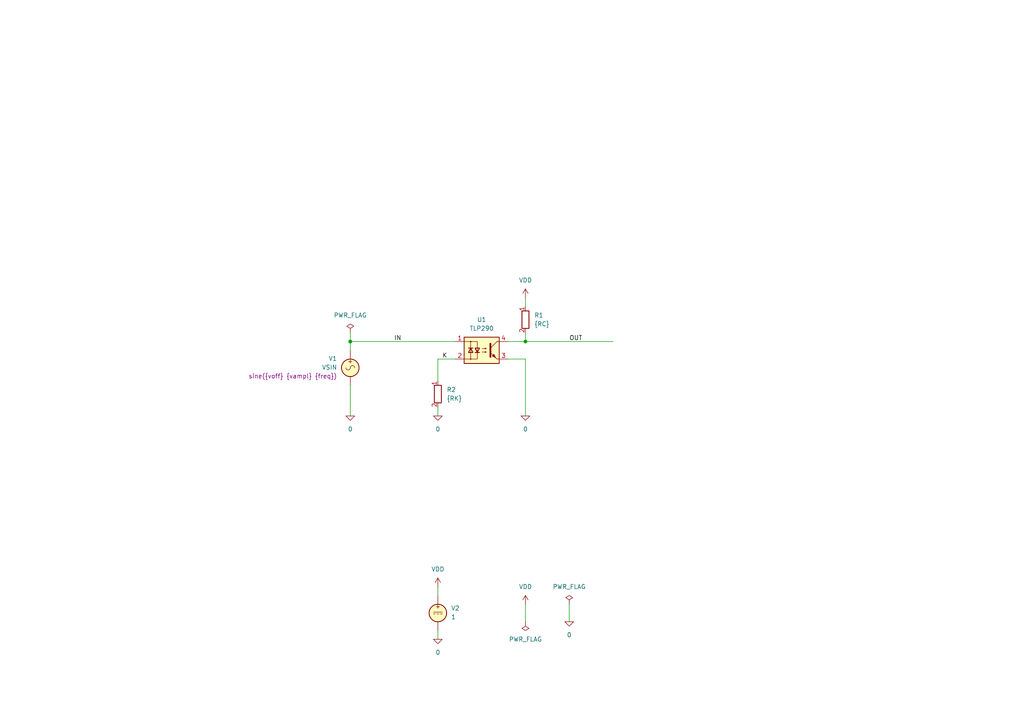
<source format=kicad_sch>
(kicad_sch
	(version 20250114)
	(generator "eeschema")
	(generator_version "9.0")
	(uuid "1902e2bb-9590-4005-a5fb-6407cae11ad1")
	(paper "A4")
	(title_block
		(title "Voltage:3.75Kv; Ctr Min:50%; VCE V(Br)Ceo:80V. AC")
		(date "2025-07-23")
		(rev "1")
		(company "astroelectronic@")
		(comment 1 "-")
		(comment 2 "-")
		(comment 3 "-")
		(comment 4 "AE01009290")
	)
	(lib_symbols
		(symbol "TLP290:0"
			(power)
			(pin_numbers
				(hide yes)
			)
			(pin_names
				(offset 0)
				(hide yes)
			)
			(exclude_from_sim no)
			(in_bom yes)
			(on_board yes)
			(property "Reference" "#GND"
				(at 0 -5.08 0)
				(effects
					(font
						(size 1.27 1.27)
					)
					(hide yes)
				)
			)
			(property "Value" "0"
				(at 0 -2.54 0)
				(effects
					(font
						(size 1.27 1.27)
					)
				)
			)
			(property "Footprint" ""
				(at 0 0 0)
				(effects
					(font
						(size 1.27 1.27)
					)
					(hide yes)
				)
			)
			(property "Datasheet" "https://ngspice.sourceforge.io/docs/ngspice-html-manual/manual.xhtml#subsec_Circuit_elements__device"
				(at 0 -10.16 0)
				(effects
					(font
						(size 1.27 1.27)
					)
					(hide yes)
				)
			)
			(property "Description" "0V reference potential for simulation"
				(at 0 -7.62 0)
				(effects
					(font
						(size 1.27 1.27)
					)
					(hide yes)
				)
			)
			(property "ki_keywords" "simulation"
				(at 0 0 0)
				(effects
					(font
						(size 1.27 1.27)
					)
					(hide yes)
				)
			)
			(symbol "0_0_1"
				(polyline
					(pts
						(xy -1.27 0) (xy 0 -1.27) (xy 1.27 0) (xy -1.27 0)
					)
					(stroke
						(width 0)
						(type default)
					)
					(fill
						(type none)
					)
				)
			)
			(symbol "0_1_1"
				(pin power_in line
					(at 0 0 0)
					(length 0)
					(name "~"
						(effects
							(font
								(size 1.016 1.016)
							)
						)
					)
					(number "1"
						(effects
							(font
								(size 1.016 1.016)
							)
						)
					)
				)
			)
			(embedded_fonts no)
		)
		(symbol "TLP290:PWR_FLAG"
			(power)
			(pin_numbers
				(hide yes)
			)
			(pin_names
				(offset 0)
				(hide yes)
			)
			(exclude_from_sim no)
			(in_bom yes)
			(on_board yes)
			(property "Reference" "#FLG"
				(at 0 1.905 0)
				(effects
					(font
						(size 1.27 1.27)
					)
					(hide yes)
				)
			)
			(property "Value" "PWR_FLAG"
				(at 0 3.81 0)
				(effects
					(font
						(size 1.27 1.27)
					)
				)
			)
			(property "Footprint" ""
				(at 0 0 0)
				(effects
					(font
						(size 1.27 1.27)
					)
					(hide yes)
				)
			)
			(property "Datasheet" "~"
				(at 0 0 0)
				(effects
					(font
						(size 1.27 1.27)
					)
					(hide yes)
				)
			)
			(property "Description" "Special symbol for telling ERC where power comes from"
				(at 0 0 0)
				(effects
					(font
						(size 1.27 1.27)
					)
					(hide yes)
				)
			)
			(property "ki_keywords" "flag power"
				(at 0 0 0)
				(effects
					(font
						(size 1.27 1.27)
					)
					(hide yes)
				)
			)
			(symbol "PWR_FLAG_0_0"
				(pin power_out line
					(at 0 0 90)
					(length 0)
					(name "~"
						(effects
							(font
								(size 1.27 1.27)
							)
						)
					)
					(number "1"
						(effects
							(font
								(size 1.27 1.27)
							)
						)
					)
				)
			)
			(symbol "PWR_FLAG_0_1"
				(polyline
					(pts
						(xy 0 0) (xy 0 1.27) (xy -1.016 1.905) (xy 0 2.54) (xy 1.016 1.905) (xy 0 1.27)
					)
					(stroke
						(width 0)
						(type default)
					)
					(fill
						(type none)
					)
				)
			)
			(embedded_fonts no)
		)
		(symbol "TLP290:R"
			(pin_names
				(offset 0)
				(hide yes)
			)
			(exclude_from_sim no)
			(in_bom yes)
			(on_board yes)
			(property "Reference" "R"
				(at 2.032 0 90)
				(effects
					(font
						(size 1.27 1.27)
					)
				)
			)
			(property "Value" "R"
				(at 0 0 90)
				(effects
					(font
						(size 1.27 1.27)
					)
				)
			)
			(property "Footprint" ""
				(at -1.778 0 90)
				(effects
					(font
						(size 1.27 1.27)
					)
					(hide yes)
				)
			)
			(property "Datasheet" "~"
				(at 0 0 0)
				(effects
					(font
						(size 1.27 1.27)
					)
					(hide yes)
				)
			)
			(property "Description" "Resistor"
				(at 0 0 0)
				(effects
					(font
						(size 1.27 1.27)
					)
					(hide yes)
				)
			)
			(property "ki_keywords" "R res resistor"
				(at 0 0 0)
				(effects
					(font
						(size 1.27 1.27)
					)
					(hide yes)
				)
			)
			(property "ki_fp_filters" "R_*"
				(at 0 0 0)
				(effects
					(font
						(size 1.27 1.27)
					)
					(hide yes)
				)
			)
			(symbol "R_0_1"
				(rectangle
					(start -1.016 -2.54)
					(end 1.016 2.54)
					(stroke
						(width 0.254)
						(type default)
					)
					(fill
						(type none)
					)
				)
			)
			(symbol "R_1_1"
				(pin passive line
					(at 0 3.81 270)
					(length 1.27)
					(name "~"
						(effects
							(font
								(size 1.27 1.27)
							)
						)
					)
					(number "1"
						(effects
							(font
								(size 1.27 1.27)
							)
						)
					)
				)
				(pin passive line
					(at 0 -3.81 90)
					(length 1.27)
					(name "~"
						(effects
							(font
								(size 1.27 1.27)
							)
						)
					)
					(number "2"
						(effects
							(font
								(size 1.27 1.27)
							)
						)
					)
				)
			)
			(embedded_fonts no)
		)
		(symbol "TLP290:TLP290"
			(pin_names
				(offset 1.016)
			)
			(exclude_from_sim no)
			(in_bom yes)
			(on_board yes)
			(property "Reference" "U"
				(at -5.08 5.08 0)
				(effects
					(font
						(size 1.27 1.27)
					)
					(justify left)
				)
			)
			(property "Value" "TLP290"
				(at 0 5.08 0)
				(effects
					(font
						(size 1.27 1.27)
					)
					(justify left)
				)
			)
			(property "Footprint" "Package_SO:SOP-4_4.4x2.6mm_P1.27mm"
				(at -21.59 -5.08 0)
				(effects
					(font
						(size 1.27 1.27)
						(italic yes)
					)
					(justify left)
					(hide yes)
				)
			)
			(property "Datasheet" "https://toshiba.semicon-storage.com/info/docget.jsp?did=12882&prodName=TLP290"
				(at 0.635 0 0)
				(effects
					(font
						(size 1.27 1.27)
					)
					(justify left)
					(hide yes)
				)
			)
			(property "Description" "AC/DC Phototransistor Optocoupler, Vce 80V, CTR 50-600%, not recommended for new designs, SOP4"
				(at 0 0 0)
				(effects
					(font
						(size 1.27 1.27)
					)
					(hide yes)
				)
			)
			(property "ki_keywords" "NPN AC DC Phototransistor Optocoupler"
				(at 0 0 0)
				(effects
					(font
						(size 1.27 1.27)
					)
					(hide yes)
				)
			)
			(property "ki_fp_filters" "SOP*4*4.4x2.6mm*P1.27mm*"
				(at 0 0 0)
				(effects
					(font
						(size 1.27 1.27)
					)
					(hide yes)
				)
			)
			(symbol "TLP290_0_1"
				(rectangle
					(start -5.08 3.81)
					(end 5.08 -3.81)
					(stroke
						(width 0.254)
						(type default)
					)
					(fill
						(type background)
					)
				)
				(polyline
					(pts
						(xy -5.08 2.54) (xy -1.27 2.54) (xy -1.27 -0.635)
					)
					(stroke
						(width 0)
						(type default)
					)
					(fill
						(type none)
					)
				)
				(polyline
					(pts
						(xy -3.81 0.635) (xy -2.54 0.635)
					)
					(stroke
						(width 0.254)
						(type default)
					)
					(fill
						(type none)
					)
				)
				(circle
					(center -3.175 2.54)
					(radius 0.127)
					(stroke
						(width 0)
						(type default)
					)
					(fill
						(type none)
					)
				)
				(polyline
					(pts
						(xy -3.175 0.635) (xy -3.81 -0.635) (xy -2.54 -0.635) (xy -3.175 0.635)
					)
					(stroke
						(width 0.254)
						(type default)
					)
					(fill
						(type none)
					)
				)
				(polyline
					(pts
						(xy -3.175 -0.635) (xy -3.175 2.54)
					)
					(stroke
						(width 0)
						(type default)
					)
					(fill
						(type none)
					)
				)
				(polyline
					(pts
						(xy -3.175 -0.635) (xy -3.175 -2.54)
					)
					(stroke
						(width 0)
						(type default)
					)
					(fill
						(type none)
					)
				)
				(circle
					(center -3.175 -2.54)
					(radius 0.127)
					(stroke
						(width 0)
						(type default)
					)
					(fill
						(type none)
					)
				)
				(polyline
					(pts
						(xy -1.905 -0.635) (xy -0.635 -0.635)
					)
					(stroke
						(width 0.254)
						(type default)
					)
					(fill
						(type none)
					)
				)
				(polyline
					(pts
						(xy -1.27 -0.635) (xy -1.27 -2.54) (xy -5.08 -2.54)
					)
					(stroke
						(width 0)
						(type default)
					)
					(fill
						(type none)
					)
				)
				(polyline
					(pts
						(xy -1.27 -0.635) (xy -1.905 0.635) (xy -0.635 0.635) (xy -1.27 -0.635)
					)
					(stroke
						(width 0.254)
						(type default)
					)
					(fill
						(type none)
					)
				)
				(polyline
					(pts
						(xy 0.127 0.508) (xy 1.397 0.508) (xy 1.016 0.381) (xy 1.016 0.635) (xy 1.397 0.508)
					)
					(stroke
						(width 0)
						(type default)
					)
					(fill
						(type none)
					)
				)
				(polyline
					(pts
						(xy 0.127 -0.508) (xy 1.397 -0.508) (xy 1.016 -0.635) (xy 1.016 -0.381) (xy 1.397 -0.508)
					)
					(stroke
						(width 0)
						(type default)
					)
					(fill
						(type none)
					)
				)
				(polyline
					(pts
						(xy 2.54 1.905) (xy 2.54 -1.905)
					)
					(stroke
						(width 0.508)
						(type default)
					)
					(fill
						(type none)
					)
				)
				(polyline
					(pts
						(xy 2.54 0.635) (xy 4.445 2.54)
					)
					(stroke
						(width 0)
						(type default)
					)
					(fill
						(type none)
					)
				)
				(polyline
					(pts
						(xy 3.048 -1.651) (xy 3.556 -1.143) (xy 4.064 -2.159) (xy 3.048 -1.651)
					)
					(stroke
						(width 0)
						(type default)
					)
					(fill
						(type outline)
					)
				)
				(polyline
					(pts
						(xy 4.445 2.54) (xy 5.08 2.54)
					)
					(stroke
						(width 0)
						(type default)
					)
					(fill
						(type none)
					)
				)
				(polyline
					(pts
						(xy 4.445 -2.54) (xy 2.54 -0.635)
					)
					(stroke
						(width 0)
						(type default)
					)
					(fill
						(type outline)
					)
				)
				(polyline
					(pts
						(xy 4.445 -2.54) (xy 5.08 -2.54)
					)
					(stroke
						(width 0)
						(type default)
					)
					(fill
						(type none)
					)
				)
			)
			(symbol "TLP290_1_1"
				(pin passive line
					(at -7.62 2.54 0)
					(length 2.54)
					(name "~"
						(effects
							(font
								(size 1.27 1.27)
							)
						)
					)
					(number "1"
						(effects
							(font
								(size 1.27 1.27)
							)
						)
					)
				)
				(pin passive line
					(at -7.62 -2.54 0)
					(length 2.54)
					(name "~"
						(effects
							(font
								(size 1.27 1.27)
							)
						)
					)
					(number "2"
						(effects
							(font
								(size 1.27 1.27)
							)
						)
					)
				)
				(pin passive line
					(at 7.62 2.54 180)
					(length 2.54)
					(name "~"
						(effects
							(font
								(size 1.27 1.27)
							)
						)
					)
					(number "4"
						(effects
							(font
								(size 1.27 1.27)
							)
						)
					)
				)
				(pin passive line
					(at 7.62 -2.54 180)
					(length 2.54)
					(name "~"
						(effects
							(font
								(size 1.27 1.27)
							)
						)
					)
					(number "3"
						(effects
							(font
								(size 1.27 1.27)
							)
						)
					)
				)
			)
			(embedded_fonts no)
		)
		(symbol "TLP290:VDC"
			(pin_numbers
				(hide yes)
			)
			(pin_names
				(offset 0.0254)
			)
			(exclude_from_sim no)
			(in_bom yes)
			(on_board yes)
			(property "Reference" "V"
				(at 2.54 2.54 0)
				(effects
					(font
						(size 1.27 1.27)
					)
					(justify left)
				)
			)
			(property "Value" "1"
				(at 2.54 0 0)
				(effects
					(font
						(size 1.27 1.27)
					)
					(justify left)
				)
			)
			(property "Footprint" ""
				(at 0 0 0)
				(effects
					(font
						(size 1.27 1.27)
					)
					(hide yes)
				)
			)
			(property "Datasheet" "https://ngspice.sourceforge.io/docs/ngspice-html-manual/manual.xhtml#sec_Independent_Sources_for"
				(at 0 0 0)
				(effects
					(font
						(size 1.27 1.27)
					)
					(hide yes)
				)
			)
			(property "Description" "Voltage source, DC"
				(at 0 0 0)
				(effects
					(font
						(size 1.27 1.27)
					)
					(hide yes)
				)
			)
			(property "Sim.Pins" "1=+ 2=-"
				(at 0 0 0)
				(effects
					(font
						(size 1.27 1.27)
					)
					(hide yes)
				)
			)
			(property "Sim.Type" "DC"
				(at 0 0 0)
				(effects
					(font
						(size 1.27 1.27)
					)
					(hide yes)
				)
			)
			(property "Sim.Device" "V"
				(at 0 0 0)
				(effects
					(font
						(size 1.27 1.27)
					)
					(justify left)
					(hide yes)
				)
			)
			(property "ki_keywords" "simulation"
				(at 0 0 0)
				(effects
					(font
						(size 1.27 1.27)
					)
					(hide yes)
				)
			)
			(symbol "VDC_0_0"
				(polyline
					(pts
						(xy -1.27 0.254) (xy 1.27 0.254)
					)
					(stroke
						(width 0)
						(type default)
					)
					(fill
						(type none)
					)
				)
				(polyline
					(pts
						(xy -0.762 -0.254) (xy -1.27 -0.254)
					)
					(stroke
						(width 0)
						(type default)
					)
					(fill
						(type none)
					)
				)
				(polyline
					(pts
						(xy 0.254 -0.254) (xy -0.254 -0.254)
					)
					(stroke
						(width 0)
						(type default)
					)
					(fill
						(type none)
					)
				)
				(polyline
					(pts
						(xy 1.27 -0.254) (xy 0.762 -0.254)
					)
					(stroke
						(width 0)
						(type default)
					)
					(fill
						(type none)
					)
				)
				(text "+"
					(at 0 1.905 0)
					(effects
						(font
							(size 1.27 1.27)
						)
					)
				)
			)
			(symbol "VDC_0_1"
				(circle
					(center 0 0)
					(radius 2.54)
					(stroke
						(width 0.254)
						(type default)
					)
					(fill
						(type background)
					)
				)
			)
			(symbol "VDC_1_1"
				(pin passive line
					(at 0 5.08 270)
					(length 2.54)
					(name "~"
						(effects
							(font
								(size 1.27 1.27)
							)
						)
					)
					(number "1"
						(effects
							(font
								(size 1.27 1.27)
							)
						)
					)
				)
				(pin passive line
					(at 0 -5.08 90)
					(length 2.54)
					(name "~"
						(effects
							(font
								(size 1.27 1.27)
							)
						)
					)
					(number "2"
						(effects
							(font
								(size 1.27 1.27)
							)
						)
					)
				)
			)
			(embedded_fonts no)
		)
		(symbol "TLP290:VDD"
			(power)
			(pin_numbers
				(hide yes)
			)
			(pin_names
				(offset 0)
				(hide yes)
			)
			(exclude_from_sim no)
			(in_bom yes)
			(on_board yes)
			(property "Reference" "#PWR"
				(at 0 -3.81 0)
				(effects
					(font
						(size 1.27 1.27)
					)
					(hide yes)
				)
			)
			(property "Value" "VDD"
				(at 0 3.556 0)
				(effects
					(font
						(size 1.27 1.27)
					)
				)
			)
			(property "Footprint" ""
				(at 0 0 0)
				(effects
					(font
						(size 1.27 1.27)
					)
					(hide yes)
				)
			)
			(property "Datasheet" ""
				(at 0 0 0)
				(effects
					(font
						(size 1.27 1.27)
					)
					(hide yes)
				)
			)
			(property "Description" "Power symbol creates a global label with name \"VDD\""
				(at 0 0 0)
				(effects
					(font
						(size 1.27 1.27)
					)
					(hide yes)
				)
			)
			(property "ki_keywords" "global power"
				(at 0 0 0)
				(effects
					(font
						(size 1.27 1.27)
					)
					(hide yes)
				)
			)
			(symbol "VDD_0_1"
				(polyline
					(pts
						(xy -0.762 1.27) (xy 0 2.54)
					)
					(stroke
						(width 0)
						(type default)
					)
					(fill
						(type none)
					)
				)
				(polyline
					(pts
						(xy 0 2.54) (xy 0.762 1.27)
					)
					(stroke
						(width 0)
						(type default)
					)
					(fill
						(type none)
					)
				)
				(polyline
					(pts
						(xy 0 0) (xy 0 2.54)
					)
					(stroke
						(width 0)
						(type default)
					)
					(fill
						(type none)
					)
				)
			)
			(symbol "VDD_1_1"
				(pin power_in line
					(at 0 0 90)
					(length 0)
					(name "~"
						(effects
							(font
								(size 1.27 1.27)
							)
						)
					)
					(number "1"
						(effects
							(font
								(size 1.27 1.27)
							)
						)
					)
				)
			)
			(embedded_fonts no)
		)
		(symbol "TLP290:VSIN"
			(pin_numbers
				(hide yes)
			)
			(pin_names
				(offset 0.0254)
			)
			(exclude_from_sim no)
			(in_bom yes)
			(on_board yes)
			(property "Reference" "V"
				(at 2.54 2.54 0)
				(effects
					(font
						(size 1.27 1.27)
					)
					(justify left)
				)
			)
			(property "Value" "VSIN"
				(at 2.54 0 0)
				(effects
					(font
						(size 1.27 1.27)
					)
					(justify left)
				)
			)
			(property "Footprint" ""
				(at 0 0 0)
				(effects
					(font
						(size 1.27 1.27)
					)
					(hide yes)
				)
			)
			(property "Datasheet" "https://ngspice.sourceforge.io/docs/ngspice-html-manual/manual.xhtml#sec_Independent_Sources_for"
				(at 0 0 0)
				(effects
					(font
						(size 1.27 1.27)
					)
					(hide yes)
				)
			)
			(property "Description" "Voltage source, sinusoidal"
				(at 0 0 0)
				(effects
					(font
						(size 1.27 1.27)
					)
					(hide yes)
				)
			)
			(property "Sim.Pins" "1=+ 2=-"
				(at 0 0 0)
				(effects
					(font
						(size 1.27 1.27)
					)
					(hide yes)
				)
			)
			(property "Sim.Params" "dc=0 ampl=1 f=1k ac=1"
				(at 2.54 -2.54 0)
				(effects
					(font
						(size 1.27 1.27)
					)
					(justify left)
				)
			)
			(property "Sim.Type" "SIN"
				(at 0 0 0)
				(effects
					(font
						(size 1.27 1.27)
					)
					(hide yes)
				)
			)
			(property "Sim.Device" "V"
				(at 0 0 0)
				(effects
					(font
						(size 1.27 1.27)
					)
					(justify left)
					(hide yes)
				)
			)
			(property "ki_keywords" "simulation ac vac"
				(at 0 0 0)
				(effects
					(font
						(size 1.27 1.27)
					)
					(hide yes)
				)
			)
			(symbol "VSIN_0_0"
				(arc
					(start -1.27 0)
					(mid -0.635 0.6323)
					(end 0 0)
					(stroke
						(width 0)
						(type default)
					)
					(fill
						(type none)
					)
				)
				(arc
					(start 1.27 0)
					(mid 0.635 -0.6323)
					(end 0 0)
					(stroke
						(width 0)
						(type default)
					)
					(fill
						(type none)
					)
				)
				(text "+"
					(at 0 1.905 0)
					(effects
						(font
							(size 1.27 1.27)
						)
					)
				)
			)
			(symbol "VSIN_0_1"
				(circle
					(center 0 0)
					(radius 2.54)
					(stroke
						(width 0.254)
						(type default)
					)
					(fill
						(type background)
					)
				)
			)
			(symbol "VSIN_1_1"
				(pin passive line
					(at 0 5.08 270)
					(length 2.54)
					(name "~"
						(effects
							(font
								(size 1.27 1.27)
							)
						)
					)
					(number "1"
						(effects
							(font
								(size 1.27 1.27)
							)
						)
					)
				)
				(pin passive line
					(at 0 -5.08 90)
					(length 2.54)
					(name "~"
						(effects
							(font
								(size 1.27 1.27)
							)
						)
					)
					(number "2"
						(effects
							(font
								(size 1.27 1.27)
							)
						)
					)
				)
			)
			(embedded_fonts no)
		)
	)
	(junction
		(at 101.6 99.06)
		(diameter 0)
		(color 0 0 0 0)
		(uuid "d416e155-c354-4221-bc02-26ec6eb0997c")
	)
	(junction
		(at 152.4 99.06)
		(diameter 0)
		(color 0 0 0 0)
		(uuid "dad0d281-fc08-43f3-b423-623e0aa1bd90")
	)
	(wire
		(pts
			(xy 152.4 99.06) (xy 152.4 96.52)
		)
		(stroke
			(width 0)
			(type default)
		)
		(uuid "15986b12-9239-43bf-bee1-8bd1714e8001")
	)
	(wire
		(pts
			(xy 152.4 86.36) (xy 152.4 88.9)
		)
		(stroke
			(width 0)
			(type default)
		)
		(uuid "28edb456-cc8f-4231-a0a3-70b3871f2b93")
	)
	(wire
		(pts
			(xy 127 118.11) (xy 127 120.65)
		)
		(stroke
			(width 0)
			(type default)
		)
		(uuid "3a058415-e220-4d62-bb30-8a5cf38b7c5b")
	)
	(wire
		(pts
			(xy 147.32 99.06) (xy 152.4 99.06)
		)
		(stroke
			(width 0)
			(type default)
		)
		(uuid "4a3d63a2-14c7-41ae-b2b1-109e51861d08")
	)
	(wire
		(pts
			(xy 147.32 104.14) (xy 152.4 104.14)
		)
		(stroke
			(width 0)
			(type default)
		)
		(uuid "546d0387-8e53-4539-a3f2-52f4e93c3f94")
	)
	(wire
		(pts
			(xy 165.1 175.26) (xy 165.1 180.34)
		)
		(stroke
			(width 0)
			(type default)
		)
		(uuid "55893d93-8207-4ad3-837b-50cbf3e1b24f")
	)
	(wire
		(pts
			(xy 101.6 96.52) (xy 101.6 99.06)
		)
		(stroke
			(width 0)
			(type default)
		)
		(uuid "59944a78-fd1b-49e5-820e-074c0b1904b2")
	)
	(wire
		(pts
			(xy 127 170.18) (xy 127 172.72)
		)
		(stroke
			(width 0)
			(type default)
		)
		(uuid "5b4ffe37-99be-432c-87a2-213aed726fbe")
	)
	(wire
		(pts
			(xy 127 104.14) (xy 127 110.49)
		)
		(stroke
			(width 0)
			(type default)
		)
		(uuid "64ebad5f-f993-496a-ab44-0ae4fa7544a8")
	)
	(wire
		(pts
			(xy 101.6 99.06) (xy 101.6 101.6)
		)
		(stroke
			(width 0)
			(type default)
		)
		(uuid "7ee8f456-0b02-46eb-9ffe-35b57994fe01")
	)
	(wire
		(pts
			(xy 152.4 99.06) (xy 177.8 99.06)
		)
		(stroke
			(width 0)
			(type default)
		)
		(uuid "ab418b74-0db1-49b3-ab8f-1b8cdc9ccf65")
	)
	(wire
		(pts
			(xy 152.4 175.26) (xy 152.4 180.34)
		)
		(stroke
			(width 0)
			(type default)
		)
		(uuid "b63097c2-77a2-4e09-9015-75b0c38c4c7d")
	)
	(wire
		(pts
			(xy 132.08 99.06) (xy 101.6 99.06)
		)
		(stroke
			(width 0)
			(type default)
		)
		(uuid "bcc2c748-61cd-461b-af91-4b916129fc1c")
	)
	(wire
		(pts
			(xy 127 182.88) (xy 127 185.42)
		)
		(stroke
			(width 0)
			(type default)
		)
		(uuid "c112cf04-1308-434e-a054-401791d52e55")
	)
	(wire
		(pts
			(xy 101.6 111.76) (xy 101.6 120.65)
		)
		(stroke
			(width 0)
			(type default)
		)
		(uuid "c72735e9-19fe-44fd-85a4-2607871e9710")
	)
	(wire
		(pts
			(xy 152.4 104.14) (xy 152.4 120.65)
		)
		(stroke
			(width 0)
			(type default)
		)
		(uuid "d3011cc4-fc2a-4aa2-9af4-c1df337039f8")
	)
	(wire
		(pts
			(xy 132.08 104.14) (xy 127 104.14)
		)
		(stroke
			(width 0)
			(type default)
		)
		(uuid "d84d1f88-b676-4bd3-a0af-3b2c30a56c8c")
	)
	(label "IN"
		(at 114.3 99.06 0)
		(effects
			(font
				(size 1.27 1.27)
			)
			(justify left bottom)
		)
		(uuid "3b142fef-e585-4d81-9840-fa8e0c36c4c2")
	)
	(label "K"
		(at 128.27 104.14 0)
		(effects
			(font
				(size 1.27 1.27)
			)
			(justify left bottom)
		)
		(uuid "6c69d9ca-8451-4eb9-bcd4-088b0c0b31eb")
	)
	(label "OUT"
		(at 165.1 99.06 0)
		(effects
			(font
				(size 1.27 1.27)
			)
			(justify left bottom)
		)
		(uuid "efdc57f4-30a7-4973-8c17-6de989e1a999")
	)
	(symbol
		(lib_id "TLP290:TLP290")
		(at 139.7 101.6 0)
		(unit 1)
		(exclude_from_sim no)
		(in_bom yes)
		(on_board yes)
		(dnp no)
		(fields_autoplaced yes)
		(uuid "210cf543-d611-4e3a-afa4-795813d14a70")
		(property "Reference" "U1"
			(at 139.7 92.71 0)
			(effects
				(font
					(size 1.27 1.27)
				)
			)
		)
		(property "Value" "TLP290"
			(at 139.7 95.25 0)
			(effects
				(font
					(size 1.27 1.27)
				)
			)
		)
		(property "Footprint" "Package_SO:SOP-4_4.4x2.6mm_P1.27mm"
			(at 118.11 106.68 0)
			(effects
				(font
					(size 1.27 1.27)
					(italic yes)
				)
				(justify left)
				(hide yes)
			)
		)
		(property "Datasheet" "https://toshiba.semicon-storage.com/info/docget.jsp?did=12882&prodName=TLP290"
			(at 140.335 101.6 0)
			(effects
				(font
					(size 1.27 1.27)
				)
				(justify left)
				(hide yes)
			)
		)
		(property "Description" "AC/DC Phototransistor Optocoupler, Vce 80V, CTR 50-600%, not recommended for new designs, SOP4"
			(at 139.7 101.6 0)
			(effects
				(font
					(size 1.27 1.27)
				)
				(hide yes)
			)
		)
		(pin "3"
			(uuid "f5ad46d6-21b8-456f-83f4-b695e6234dd5")
		)
		(pin "1"
			(uuid "3b81012d-bdcc-463b-854d-13c1e11d0ec3")
		)
		(pin "2"
			(uuid "3cea27d9-93ae-42b3-ab66-4688d0745b1a")
		)
		(pin "4"
			(uuid "845811bf-7a20-4247-bd29-0ebbc2e843e2")
		)
		(instances
			(project ""
				(path "/1902e2bb-9590-4005-a5fb-6407cae11ad1"
					(reference "U1")
					(unit 1)
				)
			)
		)
	)
	(symbol
		(lib_id "TLP290:PWR_FLAG")
		(at 101.6 96.52 0)
		(unit 1)
		(exclude_from_sim no)
		(in_bom yes)
		(on_board yes)
		(dnp no)
		(fields_autoplaced yes)
		(uuid "3ae36470-1176-4f83-b421-4bb02bf07e97")
		(property "Reference" "#FLG01"
			(at 101.6 94.615 0)
			(effects
				(font
					(size 1.27 1.27)
				)
				(hide yes)
			)
		)
		(property "Value" "PWR_FLAG"
			(at 101.6 91.44 0)
			(effects
				(font
					(size 1.27 1.27)
				)
			)
		)
		(property "Footprint" ""
			(at 101.6 96.52 0)
			(effects
				(font
					(size 1.27 1.27)
				)
				(hide yes)
			)
		)
		(property "Datasheet" "~"
			(at 101.6 96.52 0)
			(effects
				(font
					(size 1.27 1.27)
				)
				(hide yes)
			)
		)
		(property "Description" "Special symbol for telling ERC where power comes from"
			(at 101.6 96.52 0)
			(effects
				(font
					(size 1.27 1.27)
				)
				(hide yes)
			)
		)
		(pin "1"
			(uuid "1cdb45d8-613d-4654-83c3-9d5f17ebd14e")
		)
		(instances
			(project ""
				(path "/1902e2bb-9590-4005-a5fb-6407cae11ad1"
					(reference "#FLG01")
					(unit 1)
				)
			)
		)
	)
	(symbol
		(lib_id "TLP290:0")
		(at 152.4 120.65 0)
		(unit 1)
		(exclude_from_sim no)
		(in_bom yes)
		(on_board yes)
		(dnp no)
		(fields_autoplaced yes)
		(uuid "436aa2da-ac0b-4a3a-85d1-6eabe3bb3545")
		(property "Reference" "#GND03"
			(at 152.4 125.73 0)
			(effects
				(font
					(size 1.27 1.27)
				)
				(hide yes)
			)
		)
		(property "Value" "0"
			(at 152.4 124.46 0)
			(effects
				(font
					(size 1.27 1.27)
				)
			)
		)
		(property "Footprint" ""
			(at 152.4 120.65 0)
			(effects
				(font
					(size 1.27 1.27)
				)
				(hide yes)
			)
		)
		(property "Datasheet" "https://ngspice.sourceforge.io/docs/ngspice-html-manual/manual.xhtml#subsec_Circuit_elements__device"
			(at 152.4 130.81 0)
			(effects
				(font
					(size 1.27 1.27)
				)
				(hide yes)
			)
		)
		(property "Description" "0V reference potential for simulation"
			(at 152.4 128.27 0)
			(effects
				(font
					(size 1.27 1.27)
				)
				(hide yes)
			)
		)
		(pin "1"
			(uuid "b331ab01-8cc1-456a-b8c7-07a3ebe3858e")
		)
		(instances
			(project "TLP290"
				(path "/1902e2bb-9590-4005-a5fb-6407cae11ad1"
					(reference "#GND03")
					(unit 1)
				)
			)
		)
	)
	(symbol
		(lib_id "TLP290:0")
		(at 101.6 120.65 0)
		(unit 1)
		(exclude_from_sim no)
		(in_bom yes)
		(on_board yes)
		(dnp no)
		(fields_autoplaced yes)
		(uuid "44e50b26-dd75-4224-bdc3-1e7304ceebe6")
		(property "Reference" "#GND02"
			(at 101.6 125.73 0)
			(effects
				(font
					(size 1.27 1.27)
				)
				(hide yes)
			)
		)
		(property "Value" "0"
			(at 101.6 124.46 0)
			(effects
				(font
					(size 1.27 1.27)
				)
			)
		)
		(property "Footprint" ""
			(at 101.6 120.65 0)
			(effects
				(font
					(size 1.27 1.27)
				)
				(hide yes)
			)
		)
		(property "Datasheet" "https://ngspice.sourceforge.io/docs/ngspice-html-manual/manual.xhtml#subsec_Circuit_elements__device"
			(at 101.6 130.81 0)
			(effects
				(font
					(size 1.27 1.27)
				)
				(hide yes)
			)
		)
		(property "Description" "0V reference potential for simulation"
			(at 101.6 128.27 0)
			(effects
				(font
					(size 1.27 1.27)
				)
				(hide yes)
			)
		)
		(pin "1"
			(uuid "2717cf39-d4d6-4abd-b4e5-91363bedf21f")
		)
		(instances
			(project "TLP290"
				(path "/1902e2bb-9590-4005-a5fb-6407cae11ad1"
					(reference "#GND02")
					(unit 1)
				)
			)
		)
	)
	(symbol
		(lib_id "TLP290:0")
		(at 165.1 180.34 0)
		(unit 1)
		(exclude_from_sim no)
		(in_bom yes)
		(on_board yes)
		(dnp no)
		(fields_autoplaced yes)
		(uuid "531bc653-fb1f-4416-b378-c28d0a0137b5")
		(property "Reference" "#GND05"
			(at 165.1 185.42 0)
			(effects
				(font
					(size 1.27 1.27)
				)
				(hide yes)
			)
		)
		(property "Value" "0"
			(at 165.1 184.15 0)
			(effects
				(font
					(size 1.27 1.27)
				)
			)
		)
		(property "Footprint" ""
			(at 165.1 180.34 0)
			(effects
				(font
					(size 1.27 1.27)
				)
				(hide yes)
			)
		)
		(property "Datasheet" "https://ngspice.sourceforge.io/docs/ngspice-html-manual/manual.xhtml#subsec_Circuit_elements__device"
			(at 165.1 190.5 0)
			(effects
				(font
					(size 1.27 1.27)
				)
				(hide yes)
			)
		)
		(property "Description" "0V reference potential for simulation"
			(at 165.1 187.96 0)
			(effects
				(font
					(size 1.27 1.27)
				)
				(hide yes)
			)
		)
		(pin "1"
			(uuid "648a2daa-0ad2-4bad-9157-9ca40ff6a970")
		)
		(instances
			(project "TLP290"
				(path "/1902e2bb-9590-4005-a5fb-6407cae11ad1"
					(reference "#GND05")
					(unit 1)
				)
			)
		)
	)
	(symbol
		(lib_id "TLP290:VDD")
		(at 152.4 175.26 0)
		(unit 1)
		(exclude_from_sim no)
		(in_bom yes)
		(on_board yes)
		(dnp no)
		(fields_autoplaced yes)
		(uuid "646ec1a9-8006-4ca6-ae99-d97f450a80c8")
		(property "Reference" "#PWR03"
			(at 152.4 179.07 0)
			(effects
				(font
					(size 1.27 1.27)
				)
				(hide yes)
			)
		)
		(property "Value" "VDD"
			(at 152.4 170.18 0)
			(effects
				(font
					(size 1.27 1.27)
				)
			)
		)
		(property "Footprint" ""
			(at 152.4 175.26 0)
			(effects
				(font
					(size 1.27 1.27)
				)
				(hide yes)
			)
		)
		(property "Datasheet" ""
			(at 152.4 175.26 0)
			(effects
				(font
					(size 1.27 1.27)
				)
				(hide yes)
			)
		)
		(property "Description" "Power symbol creates a global label with name \"VDD\""
			(at 152.4 175.26 0)
			(effects
				(font
					(size 1.27 1.27)
				)
				(hide yes)
			)
		)
		(pin "1"
			(uuid "0408515a-43e5-4450-aefa-086434e2cc8f")
		)
		(instances
			(project "TLP290"
				(path "/1902e2bb-9590-4005-a5fb-6407cae11ad1"
					(reference "#PWR03")
					(unit 1)
				)
			)
		)
	)
	(symbol
		(lib_id "TLP290:0")
		(at 127 120.65 0)
		(unit 1)
		(exclude_from_sim no)
		(in_bom yes)
		(on_board yes)
		(dnp no)
		(fields_autoplaced yes)
		(uuid "73f8cacf-e219-48eb-a1c9-a2b370c9169b")
		(property "Reference" "#GND01"
			(at 127 125.73 0)
			(effects
				(font
					(size 1.27 1.27)
				)
				(hide yes)
			)
		)
		(property "Value" "0"
			(at 127 124.46 0)
			(effects
				(font
					(size 1.27 1.27)
				)
			)
		)
		(property "Footprint" ""
			(at 127 120.65 0)
			(effects
				(font
					(size 1.27 1.27)
				)
				(hide yes)
			)
		)
		(property "Datasheet" "https://ngspice.sourceforge.io/docs/ngspice-html-manual/manual.xhtml#subsec_Circuit_elements__device"
			(at 127 130.81 0)
			(effects
				(font
					(size 1.27 1.27)
				)
				(hide yes)
			)
		)
		(property "Description" "0V reference potential for simulation"
			(at 127 128.27 0)
			(effects
				(font
					(size 1.27 1.27)
				)
				(hide yes)
			)
		)
		(pin "1"
			(uuid "28c990b5-998e-4ecc-bf40-c117d318a5b1")
		)
		(instances
			(project ""
				(path "/1902e2bb-9590-4005-a5fb-6407cae11ad1"
					(reference "#GND01")
					(unit 1)
				)
			)
		)
	)
	(symbol
		(lib_id "TLP290:VSIN")
		(at 101.6 106.68 0)
		(mirror y)
		(unit 1)
		(exclude_from_sim no)
		(in_bom yes)
		(on_board yes)
		(dnp no)
		(uuid "82123192-845d-42b4-9b8d-0a2cc2285d8c")
		(property "Reference" "V1"
			(at 97.79 104.0101 0)
			(effects
				(font
					(size 1.27 1.27)
				)
				(justify left)
			)
		)
		(property "Value" "VSIN"
			(at 97.79 106.5501 0)
			(effects
				(font
					(size 1.27 1.27)
				)
				(justify left)
			)
		)
		(property "Footprint" ""
			(at 101.6 106.68 0)
			(effects
				(font
					(size 1.27 1.27)
				)
				(hide yes)
			)
		)
		(property "Datasheet" "https://ngspice.sourceforge.io/docs/ngspice-html-manual/manual.xhtml#sec_Independent_Sources_for"
			(at 101.6 106.68 0)
			(effects
				(font
					(size 1.27 1.27)
				)
				(hide yes)
			)
		)
		(property "Description" "Voltage source, sinusoidal"
			(at 101.6 106.68 0)
			(effects
				(font
					(size 1.27 1.27)
				)
				(hide yes)
			)
		)
		(property "Sim.Pins" "1=+ 2=-"
			(at 101.6 106.68 0)
			(effects
				(font
					(size 1.27 1.27)
				)
				(hide yes)
			)
		)
		(property "Sim.Params" "sine({voff} {vampl} {freq})"
			(at 97.79 109.0901 0)
			(effects
				(font
					(size 1.27 1.27)
				)
				(justify left)
			)
		)
		(property "Sim.Type" "SIN"
			(at 101.6 106.68 0)
			(effects
				(font
					(size 1.27 1.27)
				)
				(hide yes)
			)
		)
		(property "Sim.Device" "V"
			(at 101.6 106.68 0)
			(effects
				(font
					(size 1.27 1.27)
				)
				(justify left)
				(hide yes)
			)
		)
		(pin "1"
			(uuid "89cc5e23-8beb-407e-8331-950776b68e99")
		)
		(pin "2"
			(uuid "5fd34334-64f1-466f-b78a-38a13a4e62b6")
		)
		(instances
			(project ""
				(path "/1902e2bb-9590-4005-a5fb-6407cae11ad1"
					(reference "V1")
					(unit 1)
				)
			)
		)
	)
	(symbol
		(lib_id "TLP290:R")
		(at 152.4 92.71 0)
		(unit 1)
		(exclude_from_sim no)
		(in_bom yes)
		(on_board yes)
		(dnp no)
		(fields_autoplaced yes)
		(uuid "8f960b1b-40ba-4f32-b931-4083c7cae4dd")
		(property "Reference" "R1"
			(at 154.94 91.4399 0)
			(effects
				(font
					(size 1.27 1.27)
				)
				(justify left)
			)
		)
		(property "Value" "{RC}"
			(at 154.94 93.9799 0)
			(effects
				(font
					(size 1.27 1.27)
				)
				(justify left)
			)
		)
		(property "Footprint" ""
			(at 150.622 92.71 90)
			(effects
				(font
					(size 1.27 1.27)
				)
				(hide yes)
			)
		)
		(property "Datasheet" "~"
			(at 152.4 92.71 0)
			(effects
				(font
					(size 1.27 1.27)
				)
				(hide yes)
			)
		)
		(property "Description" "Resistor"
			(at 152.4 92.71 0)
			(effects
				(font
					(size 1.27 1.27)
				)
				(hide yes)
			)
		)
		(pin "1"
			(uuid "5ddf0be8-9ba9-4fd5-a73d-3d68369f9928")
		)
		(pin "2"
			(uuid "50a2666c-2e92-4f0b-8bbd-b7b5a5ab1183")
		)
		(instances
			(project "TLP290"
				(path "/1902e2bb-9590-4005-a5fb-6407cae11ad1"
					(reference "R1")
					(unit 1)
				)
			)
		)
	)
	(symbol
		(lib_id "TLP290:VDD")
		(at 127 170.18 0)
		(unit 1)
		(exclude_from_sim no)
		(in_bom yes)
		(on_board yes)
		(dnp no)
		(fields_autoplaced yes)
		(uuid "9553bd16-80b5-45ee-a29b-8478b98dab79")
		(property "Reference" "#PWR02"
			(at 127 173.99 0)
			(effects
				(font
					(size 1.27 1.27)
				)
				(hide yes)
			)
		)
		(property "Value" "VDD"
			(at 127 165.1 0)
			(effects
				(font
					(size 1.27 1.27)
				)
			)
		)
		(property "Footprint" ""
			(at 127 170.18 0)
			(effects
				(font
					(size 1.27 1.27)
				)
				(hide yes)
			)
		)
		(property "Datasheet" ""
			(at 127 170.18 0)
			(effects
				(font
					(size 1.27 1.27)
				)
				(hide yes)
			)
		)
		(property "Description" "Power symbol creates a global label with name \"VDD\""
			(at 127 170.18 0)
			(effects
				(font
					(size 1.27 1.27)
				)
				(hide yes)
			)
		)
		(pin "1"
			(uuid "eea4ce63-687c-45ad-87b2-28167883cc90")
		)
		(instances
			(project ""
				(path "/1902e2bb-9590-4005-a5fb-6407cae11ad1"
					(reference "#PWR02")
					(unit 1)
				)
			)
		)
	)
	(symbol
		(lib_id "TLP290:PWR_FLAG")
		(at 165.1 175.26 0)
		(unit 1)
		(exclude_from_sim no)
		(in_bom yes)
		(on_board yes)
		(dnp no)
		(fields_autoplaced yes)
		(uuid "b364a08a-4b7d-4ef2-a15a-c49d7fff4fac")
		(property "Reference" "#FLG02"
			(at 165.1 173.355 0)
			(effects
				(font
					(size 1.27 1.27)
				)
				(hide yes)
			)
		)
		(property "Value" "PWR_FLAG"
			(at 165.1 170.18 0)
			(effects
				(font
					(size 1.27 1.27)
				)
			)
		)
		(property "Footprint" ""
			(at 165.1 175.26 0)
			(effects
				(font
					(size 1.27 1.27)
				)
				(hide yes)
			)
		)
		(property "Datasheet" "~"
			(at 165.1 175.26 0)
			(effects
				(font
					(size 1.27 1.27)
				)
				(hide yes)
			)
		)
		(property "Description" "Special symbol for telling ERC where power comes from"
			(at 165.1 175.26 0)
			(effects
				(font
					(size 1.27 1.27)
				)
				(hide yes)
			)
		)
		(pin "1"
			(uuid "e5fdcbf0-6fad-4037-895d-65f8b2dc6828")
		)
		(instances
			(project ""
				(path "/1902e2bb-9590-4005-a5fb-6407cae11ad1"
					(reference "#FLG02")
					(unit 1)
				)
			)
		)
	)
	(symbol
		(lib_id "TLP290:PWR_FLAG")
		(at 152.4 180.34 180)
		(unit 1)
		(exclude_from_sim no)
		(in_bom yes)
		(on_board yes)
		(dnp no)
		(fields_autoplaced yes)
		(uuid "c9a1b38c-e12b-470a-854a-e46c75bd381a")
		(property "Reference" "#FLG03"
			(at 152.4 182.245 0)
			(effects
				(font
					(size 1.27 1.27)
				)
				(hide yes)
			)
		)
		(property "Value" "PWR_FLAG"
			(at 152.4 185.42 0)
			(effects
				(font
					(size 1.27 1.27)
				)
			)
		)
		(property "Footprint" ""
			(at 152.4 180.34 0)
			(effects
				(font
					(size 1.27 1.27)
				)
				(hide yes)
			)
		)
		(property "Datasheet" "~"
			(at 152.4 180.34 0)
			(effects
				(font
					(size 1.27 1.27)
				)
				(hide yes)
			)
		)
		(property "Description" "Special symbol for telling ERC where power comes from"
			(at 152.4 180.34 0)
			(effects
				(font
					(size 1.27 1.27)
				)
				(hide yes)
			)
		)
		(pin "1"
			(uuid "ae7c94bc-0a23-47a5-b159-d5190e696fad")
		)
		(instances
			(project ""
				(path "/1902e2bb-9590-4005-a5fb-6407cae11ad1"
					(reference "#FLG03")
					(unit 1)
				)
			)
		)
	)
	(symbol
		(lib_id "TLP290:0")
		(at 127 185.42 0)
		(unit 1)
		(exclude_from_sim no)
		(in_bom yes)
		(on_board yes)
		(dnp no)
		(fields_autoplaced yes)
		(uuid "d90cd613-2dc1-43a2-ba5f-71479139a4bd")
		(property "Reference" "#GND04"
			(at 127 190.5 0)
			(effects
				(font
					(size 1.27 1.27)
				)
				(hide yes)
			)
		)
		(property "Value" "0"
			(at 127 189.23 0)
			(effects
				(font
					(size 1.27 1.27)
				)
			)
		)
		(property "Footprint" ""
			(at 127 185.42 0)
			(effects
				(font
					(size 1.27 1.27)
				)
				(hide yes)
			)
		)
		(property "Datasheet" "https://ngspice.sourceforge.io/docs/ngspice-html-manual/manual.xhtml#subsec_Circuit_elements__device"
			(at 127 195.58 0)
			(effects
				(font
					(size 1.27 1.27)
				)
				(hide yes)
			)
		)
		(property "Description" "0V reference potential for simulation"
			(at 127 193.04 0)
			(effects
				(font
					(size 1.27 1.27)
				)
				(hide yes)
			)
		)
		(pin "1"
			(uuid "c309556c-eca8-418d-85c7-bd8294b7009a")
		)
		(instances
			(project ""
				(path "/1902e2bb-9590-4005-a5fb-6407cae11ad1"
					(reference "#GND04")
					(unit 1)
				)
			)
		)
	)
	(symbol
		(lib_id "TLP290:VDD")
		(at 152.4 86.36 0)
		(unit 1)
		(exclude_from_sim no)
		(in_bom yes)
		(on_board yes)
		(dnp no)
		(fields_autoplaced yes)
		(uuid "dd852910-a8c0-41dc-85df-5a5eb4f39a77")
		(property "Reference" "#PWR01"
			(at 152.4 90.17 0)
			(effects
				(font
					(size 1.27 1.27)
				)
				(hide yes)
			)
		)
		(property "Value" "VDD"
			(at 152.4 81.28 0)
			(effects
				(font
					(size 1.27 1.27)
				)
			)
		)
		(property "Footprint" ""
			(at 152.4 86.36 0)
			(effects
				(font
					(size 1.27 1.27)
				)
				(hide yes)
			)
		)
		(property "Datasheet" ""
			(at 152.4 86.36 0)
			(effects
				(font
					(size 1.27 1.27)
				)
				(hide yes)
			)
		)
		(property "Description" "Power symbol creates a global label with name \"VDD\""
			(at 152.4 86.36 0)
			(effects
				(font
					(size 1.27 1.27)
				)
				(hide yes)
			)
		)
		(pin "1"
			(uuid "649e58e9-b19a-48a3-998d-965cc87b9219")
		)
		(instances
			(project ""
				(path "/1902e2bb-9590-4005-a5fb-6407cae11ad1"
					(reference "#PWR01")
					(unit 1)
				)
			)
		)
	)
	(symbol
		(lib_id "TLP290:VDC")
		(at 127 177.8 0)
		(unit 1)
		(exclude_from_sim no)
		(in_bom yes)
		(on_board yes)
		(dnp no)
		(fields_autoplaced yes)
		(uuid "e19bebe1-a7dd-46dc-9500-fe434d18d9d9")
		(property "Reference" "V2"
			(at 130.81 176.4001 0)
			(effects
				(font
					(size 1.27 1.27)
				)
				(justify left)
			)
		)
		(property "Value" "1"
			(at 130.81 178.9401 0)
			(effects
				(font
					(size 1.27 1.27)
				)
				(justify left)
			)
		)
		(property "Footprint" ""
			(at 127 177.8 0)
			(effects
				(font
					(size 1.27 1.27)
				)
				(hide yes)
			)
		)
		(property "Datasheet" "https://ngspice.sourceforge.io/docs/ngspice-html-manual/manual.xhtml#sec_Independent_Sources_for"
			(at 127 177.8 0)
			(effects
				(font
					(size 1.27 1.27)
				)
				(hide yes)
			)
		)
		(property "Description" "Voltage source, DC"
			(at 127 177.8 0)
			(effects
				(font
					(size 1.27 1.27)
				)
				(hide yes)
			)
		)
		(property "Sim.Pins" "1=+ 2=-"
			(at 127 177.8 0)
			(effects
				(font
					(size 1.27 1.27)
				)
				(hide yes)
			)
		)
		(property "Sim.Type" "DC"
			(at 127 177.8 0)
			(effects
				(font
					(size 1.27 1.27)
				)
				(hide yes)
			)
		)
		(property "Sim.Device" "V"
			(at 127 177.8 0)
			(effects
				(font
					(size 1.27 1.27)
				)
				(justify left)
				(hide yes)
			)
		)
		(pin "2"
			(uuid "b287b9e6-bf94-4b67-9b1f-0ad8e3d68478")
		)
		(pin "1"
			(uuid "fbb66792-9e2b-4815-aa81-6f8e36859545")
		)
		(instances
			(project ""
				(path "/1902e2bb-9590-4005-a5fb-6407cae11ad1"
					(reference "V2")
					(unit 1)
				)
			)
		)
	)
	(symbol
		(lib_id "TLP290:R")
		(at 127 114.3 0)
		(unit 1)
		(exclude_from_sim no)
		(in_bom yes)
		(on_board yes)
		(dnp no)
		(fields_autoplaced yes)
		(uuid "f383aa01-bbf4-43bf-9873-ca91abe6a3e8")
		(property "Reference" "R2"
			(at 129.54 113.0299 0)
			(effects
				(font
					(size 1.27 1.27)
				)
				(justify left)
			)
		)
		(property "Value" "{RK}"
			(at 129.54 115.5699 0)
			(effects
				(font
					(size 1.27 1.27)
				)
				(justify left)
			)
		)
		(property "Footprint" ""
			(at 125.222 114.3 90)
			(effects
				(font
					(size 1.27 1.27)
				)
				(hide yes)
			)
		)
		(property "Datasheet" "~"
			(at 127 114.3 0)
			(effects
				(font
					(size 1.27 1.27)
				)
				(hide yes)
			)
		)
		(property "Description" "Resistor"
			(at 127 114.3 0)
			(effects
				(font
					(size 1.27 1.27)
				)
				(hide yes)
			)
		)
		(pin "1"
			(uuid "ce7f6795-02b9-41a3-b234-8a81dc0c7e02")
		)
		(pin "2"
			(uuid "16e92432-111f-4925-8fdf-faf5b738ef3b")
		)
		(instances
			(project ""
				(path "/1902e2bb-9590-4005-a5fb-6407cae11ad1"
					(reference "R2")
					(unit 1)
				)
			)
		)
	)
	(sheet_instances
		(path "/"
			(page "1")
		)
	)
	(embedded_fonts no)
)

</source>
